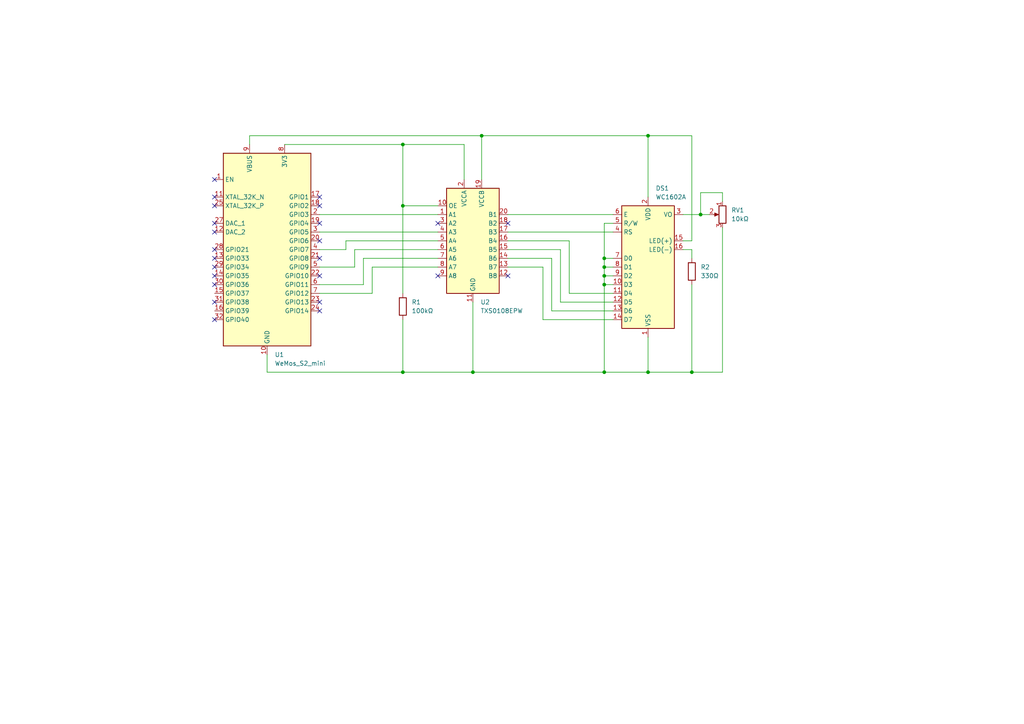
<source format=kicad_sch>
(kicad_sch (version 20231120) (generator "eeschema") (generator_version "8.0")
  (paper "A4")
  (title_block (title "ESP Display"))
  (lib_symbols
    (symbol "Device:R" (pin_numbers hide) (pin_names (offset 0))
      (property "Reference" "R" (at 2.032 0 90))
      (property "Value" "R" (at 0 0 90))
      (symbol "R_0_1"
        (rectangle (start -1.016 -2.54) (end 1.016 2.54) (stroke (width 0.254)))
      )
      (symbol "R_1_1"
        (pin passive line (at 0 3.81 270) (length 1.27) (name "~") (number "1"))
        (pin passive line (at 0 -3.81 90) (length 1.27) (name "~") (number "2"))
      )
    )
    (symbol "Device:R_Potentiometer" (pin_names (offset 1.016) hide)
      (property "Reference" "RV" (at -4.445 0 90))
      (property "Value" "R_Potentiometer" (at -2.54 0 90))
      (symbol "R_Potentiometer_0_1"
        (polyline (pts (xy 2.54 0) (xy 1.524 0)))
        (polyline (pts (xy 1.143 0) (xy 2.286 0.508) (xy 2.286 -0.508) (xy 1.143 0)) (fill (type outline)))
        (rectangle (start 1.016 2.54) (end -1.016 -2.54) (stroke (width 0.254)))
      )
      (symbol "R_Potentiometer_1_1"
        (pin passive line (at 0 3.81 270) (length 1.27) (name "1") (number "1"))
        (pin passive line (at 3.81 0 180) (length 1.27) (name "2") (number "2"))
        (pin passive line (at 0 -3.81 90) (length 1.27) (name "3") (number "3"))
      )
    )
    (symbol "Display_Character:WC1602A"
      (property "Reference" "DS" (at -5.842 19.05 0))
      (property "Value" "WC1602A" (at 5.334 19.05 0))
      (symbol "WC1602A_1_1"
        (rectangle (start -7.62 17.78) (end 7.62 -17.78) (stroke (width 0.254)) (fill (type background)))
        (pin power_in line (at 0 -20.32 90) (length 2.54) (name "VSS") (number "1"))
        (pin input line (at -10.16 -5.08 0) (length 2.54) (name "D3") (number "10"))
        (pin input line (at -10.16 -7.62 0) (length 2.54) (name "D4") (number "11"))
        (pin input line (at -10.16 -10.16 0) (length 2.54) (name "D5") (number "12"))
        (pin input line (at -10.16 -12.7 0) (length 2.54) (name "D6") (number "13"))
        (pin input line (at -10.16 -15.24 0) (length 2.54) (name "D7") (number "14"))
        (pin power_in line (at 10.16 7.62 180) (length 2.54) (name "LED(+)") (number "15"))
        (pin power_in line (at 10.16 5.08 180) (length 2.54) (name "LED(-)") (number "16"))
        (pin power_in line (at 0 20.32 270) (length 2.54) (name "VDD") (number "2"))
        (pin input line (at 10.16 15.24 180) (length 2.54) (name "VO") (number "3"))
        (pin input line (at -10.16 10.16 0) (length 2.54) (name "RS") (number "4"))
        (pin input line (at -10.16 12.7 0) (length 2.54) (name "R/W") (number "5"))
        (pin input line (at -10.16 15.24 0) (length 2.54) (name "E") (number "6"))
        (pin input line (at -10.16 2.54 0) (length 2.54) (name "D0") (number "7"))
        (pin input line (at -10.16 0 0) (length 2.54) (name "D1") (number "8"))
        (pin input line (at -10.16 -2.54 0) (length 2.54) (name "D2") (number "9"))
      )
    )
    (symbol "Logic_LevelTranslator:TXS0108EPW"
      (property "Reference" "U" (at -6.35 16.51 0))
      (property "Value" "TXS0108EPW" (at 3.81 16.51 0))
      (symbol "TXS0108EPW_0_1"
        (rectangle (start -7.62 15.24) (end 7.62 -15.24) (stroke (width 0.254)) (fill (type background)))
      )
      (symbol "TXS0108EPW_1_1"
        (pin bidirectional line (at -10.16 7.62 0) (length 2.54) (name "A1") (number "1"))
        (pin input line (at -10.16 10.16 0) (length 2.54) (name "OE") (number "10"))
        (pin power_in line (at 0 -17.78 90) (length 2.54) (name "GND") (number "11"))
        (pin bidirectional line (at 10.16 -10.16 180) (length 2.54) (name "B8") (number "12"))
        (pin bidirectional line (at 10.16 -7.62 180) (length 2.54) (name "B7") (number "13"))
        (pin bidirectional line (at 10.16 -5.08 180) (length 2.54) (name "B6") (number "14"))
        (pin bidirectional line (at 10.16 -2.54 180) (length 2.54) (name "B5") (number "15"))
        (pin bidirectional line (at 10.16 0 180) (length 2.54) (name "B4") (number "16"))
        (pin bidirectional line (at 10.16 2.54 180) (length 2.54) (name "B3") (number "17"))
        (pin bidirectional line (at 10.16 5.08 180) (length 2.54) (name "B2") (number "18"))
        (pin power_in line (at 2.54 17.78 270) (length 2.54) (name "VCCB") (number "19"))
        (pin power_in line (at -2.54 17.78 270) (length 2.54) (name "VCCA") (number "2"))
        (pin bidirectional line (at 10.16 7.62 180) (length 2.54) (name "B1") (number "20"))
        (pin bidirectional line (at -10.16 5.08 0) (length 2.54) (name "A2") (number "3"))
        (pin bidirectional line (at -10.16 2.54 0) (length 2.54) (name "A3") (number "4"))
        (pin bidirectional line (at -10.16 0 0) (length 2.54) (name "A4") (number "5"))
        (pin bidirectional line (at -10.16 -2.54 0) (length 2.54) (name "A5") (number "6"))
        (pin bidirectional line (at -10.16 -5.08 0) (length 2.54) (name "A6") (number "7"))
        (pin bidirectional line (at -10.16 -7.62 0) (length 2.54) (name "A7") (number "8"))
        (pin bidirectional line (at -10.16 -10.16 0) (length 2.54) (name "A8") (number "9"))
      )
    )
    (symbol "Wemos:WeMos_S2_mini"
      (property "Reference" "U" (at 2.54 -30.48 0))
      (property "Value" "WeMos_S2_mini" (at 2.54 -33.02 0))
      (symbol "WeMos_S2_mini_1_1"
        (rectangle (start -12.7 27.94) (end 12.7 -27.94) (stroke (width 0.254)) (fill (type background)))
        (pin input line (at -15.24 20.32 0) (length 2.54) (name "EN") (number "1"))
        (pin power_in line (at 0 -30.48 90) (length 2.54) (name "GND") (number "10"))
        (pin input line (at -15.24 15.24 0) (length 2.54) (name "XTAL_32K_N") (number "11"))
        (pin output line (at -15.24 5.08 0) (length 2.54) (name "DAC_2") (number "12"))
        (pin bidirectional line (at -15.24 -2.54 0) (length 2.54) (name "GPIO33") (number "13"))
        (pin bidirectional line (at -15.24 -7.62 0) (length 2.54) (name "GPIO35") (number "14"))
        (pin bidirectional line (at -15.24 -12.7 0) (length 2.54) (name "GPIO37") (number "15"))
        (pin bidirectional line (at -15.24 -17.78 0) (length 2.54) (name "GPIO39") (number "16"))
        (pin bidirectional line (at 15.24 15.24 180) (length 2.54) (name "GPIO1") (number "17"))
        (pin bidirectional line (at 15.24 12.7 180) (length 2.54) (name "GPIO2") (number "18"))
        (pin bidirectional line (at 15.24 7.62 180) (length 2.54) (name "GPIO4") (number "19"))
        (pin bidirectional line (at 15.24 10.16 180) (length 2.54) (name "GPIO3") (number "2"))
        (pin bidirectional line (at 15.24 2.54 180) (length 2.54) (name "GPIO6") (number "20"))
        (pin bidirectional line (at 15.24 -2.54 180) (length 2.54) (name "GPIO8") (number "21"))
        (pin bidirectional line (at 15.24 -7.62 180) (length 2.54) (name "GPIO10") (number "22"))
        (pin bidirectional line (at 15.24 -15.24 180) (length 2.54) (name "GPIO13") (number "23"))
        (pin bidirectional line (at 15.24 -17.78 180) (length 2.54) (name "GPIO14") (number "24"))
        (pin output line (at -15.24 12.7 0) (length 2.54) (name "XTAL_32K_P") (number "25"))
        (pin passive line (at 0 -30.48 90) (length 2.54) hide (name "GND") (number "26"))
        (pin output line (at -15.24 7.62 0) (length 2.54) (name "DAC_1") (number "27"))
        (pin bidirectional line (at -15.24 0 0) (length 2.54) (name "GPIO21") (number "28"))
        (pin bidirectional line (at -15.24 -5.08 0) (length 2.54) (name "GPIO34") (number "29"))
        (pin bidirectional line (at 15.24 5.08 180) (length 2.54) (name "GPIO5") (number "3"))
        (pin bidirectional line (at -15.24 -10.16 0) (length 2.54) (name "GPIO36") (number "30"))
        (pin bidirectional line (at -15.24 -15.24 0) (length 2.54) (name "GPIO38") (number "31"))
        (pin bidirectional line (at -15.24 -20.32 0) (length 2.54) (name "GPIO40") (number "32"))
        (pin bidirectional line (at 15.24 0 180) (length 2.54) (name "GPIO7") (number "4"))
        (pin bidirectional line (at 15.24 -5.08 180) (length 2.54) (name "GPIO9") (number "5"))
        (pin bidirectional line (at 15.24 -10.16 180) (length 2.54) (name "GPIO11") (number "6"))
        (pin bidirectional line (at 15.24 -12.7 180) (length 2.54) (name "GPIO12") (number "7"))
        (pin power_out line (at 5.08 30.48 270) (length 2.54) (name "3V3") (number "8"))
        (pin power_out line (at -5.08 30.48 270) (length 2.54) (name "VBUS") (number "9"))
      )
    )
  )
  (junction (at 175.26 74.93))
  (junction (at 137.16 107.95))
  (junction (at 203.2 62.23))
  (junction (at 200.66 107.95))
  (junction (at 175.26 82.55))
  (junction (at 175.26 80.01))
  (junction (at 116.84 41.91))
  (junction (at 116.84 107.95))
  (junction (at 175.26 77.47))
  (junction (at 187.96 107.95))
  (junction (at 175.26 107.95))
  (junction (at 116.84 59.69))
  (junction (at 139.7 39.37))
  (junction (at 187.96 39.37))
  (no_connect (at 92.71 59.69))
  (no_connect (at 62.23 80.01))
  (no_connect (at 92.71 90.17))
  (no_connect (at 147.32 64.77))
  (no_connect (at 62.23 87.63))
  (no_connect (at 92.71 74.93))
  (no_connect (at 62.23 92.71))
  (no_connect (at 62.23 72.39))
  (no_connect (at 62.23 59.69))
  (no_connect (at 92.71 69.85))
  (no_connect (at 62.23 64.77))
  (no_connect (at 62.23 57.15))
  (no_connect (at 127 80.01))
  (no_connect (at 62.23 77.47))
  (no_connect (at 62.23 67.31))
  (no_connect (at 92.71 64.77))
  (no_connect (at 92.71 87.63))
  (no_connect (at 62.23 74.93))
  (no_connect (at 62.23 82.55))
  (no_connect (at 62.23 52.07))
  (no_connect (at 147.32 80.01))
  (no_connect (at 92.71 57.15))
  (no_connect (at 92.71 80.01))
  (no_connect (at 127 64.77))
  (wire (pts (xy 200.66 107.95) (xy 187.96 107.95)))
  (wire (pts (xy 92.71 85.09) (xy 107.95 85.09)))
  (wire (pts (xy 100.33 69.85) (xy 127 69.85)))
  (wire (pts (xy 147.32 77.47) (xy 157.48 77.47)))
  (wire (pts (xy 209.55 58.42) (xy 209.55 55.88)))
  (wire (pts (xy 92.71 77.47) (xy 102.87 77.47)))
  (wire (pts (xy 175.26 77.47) (xy 177.8 77.47)))
  (wire (pts (xy 137.16 87.63) (xy 137.16 107.95)))
  (wire (pts (xy 92.71 82.55) (xy 105.41 82.55)))
  (wire (pts (xy 92.71 62.23) (xy 127 62.23)))
  (wire (pts (xy 100.33 72.39) (xy 100.33 69.85)))
  (wire (pts (xy 147.32 62.23) (xy 177.8 62.23)))
  (wire (pts (xy 157.48 77.47) (xy 157.48 92.71)))
  (wire (pts (xy 116.84 41.91) (xy 116.84 59.69)))
  (wire (pts (xy 147.32 72.39) (xy 162.56 72.39)))
  (wire (pts (xy 175.26 80.01) (xy 177.8 80.01)))
  (wire (pts (xy 200.66 72.39) (xy 200.66 74.93)))
  (wire (pts (xy 116.84 107.95) (xy 137.16 107.95)))
  (wire (pts (xy 187.96 107.95) (xy 187.96 97.79)))
  (wire (pts (xy 82.55 41.91) (xy 116.84 41.91)))
  (wire (pts (xy 92.71 72.39) (xy 100.33 72.39)))
  (wire (pts (xy 105.41 82.55) (xy 105.41 74.93)))
  (wire (pts (xy 175.26 82.55) (xy 177.8 82.55)))
  (wire (pts (xy 175.26 77.47) (xy 175.26 80.01)))
  (wire (pts (xy 200.66 69.85) (xy 200.66 39.37)))
  (wire (pts (xy 147.32 69.85) (xy 165.1 69.85)))
  (wire (pts (xy 72.39 41.91) (xy 72.39 39.37)))
  (wire (pts (xy 200.66 82.55) (xy 200.66 107.95)))
  (wire (pts (xy 77.47 102.87) (xy 77.47 107.95)))
  (wire (pts (xy 102.87 72.39) (xy 127 72.39)))
  (wire (pts (xy 137.16 107.95) (xy 175.26 107.95)))
  (wire (pts (xy 134.62 41.91) (xy 134.62 52.07)))
  (wire (pts (xy 139.7 39.37) (xy 187.96 39.37)))
  (wire (pts (xy 175.26 107.95) (xy 187.96 107.95)))
  (wire (pts (xy 116.84 59.69) (xy 116.84 85.09)))
  (wire (pts (xy 205.74 62.23) (xy 203.2 62.23)))
  (wire (pts (xy 187.96 39.37) (xy 187.96 57.15)))
  (wire (pts (xy 162.56 87.63) (xy 177.8 87.63)))
  (wire (pts (xy 175.26 82.55) (xy 175.26 107.95)))
  (wire (pts (xy 177.8 74.93) (xy 175.26 74.93)))
  (wire (pts (xy 200.66 69.85) (xy 198.12 69.85)))
  (wire (pts (xy 92.71 67.31) (xy 127 67.31)))
  (wire (pts (xy 175.26 74.93) (xy 175.26 77.47)))
  (wire (pts (xy 175.26 80.01) (xy 175.26 82.55)))
  (wire (pts (xy 127 59.69) (xy 116.84 59.69)))
  (wire (pts (xy 175.26 64.77) (xy 175.26 74.93)))
  (wire (pts (xy 102.87 77.47) (xy 102.87 72.39)))
  (wire (pts (xy 198.12 62.23) (xy 203.2 62.23)))
  (wire (pts (xy 77.47 107.95) (xy 116.84 107.95)))
  (wire (pts (xy 147.32 67.31) (xy 177.8 67.31)))
  (wire (pts (xy 160.02 74.93) (xy 160.02 90.17)))
  (wire (pts (xy 209.55 107.95) (xy 200.66 107.95)))
  (wire (pts (xy 209.55 66.04) (xy 209.55 107.95)))
  (wire (pts (xy 198.12 72.39) (xy 200.66 72.39)))
  (wire (pts (xy 147.32 74.93) (xy 160.02 74.93)))
  (wire (pts (xy 105.41 74.93) (xy 127 74.93)))
  (wire (pts (xy 116.84 92.71) (xy 116.84 107.95)))
  (wire (pts (xy 177.8 64.77) (xy 175.26 64.77)))
  (wire (pts (xy 209.55 55.88) (xy 203.2 55.88)))
  (wire (pts (xy 139.7 39.37) (xy 139.7 52.07)))
  (wire (pts (xy 200.66 39.37) (xy 187.96 39.37)))
  (wire (pts (xy 107.95 77.47) (xy 127 77.47)))
  (wire (pts (xy 160.02 90.17) (xy 177.8 90.17)))
  (wire (pts (xy 165.1 85.09) (xy 177.8 85.09)))
  (wire (pts (xy 72.39 39.37) (xy 139.7 39.37)))
  (wire (pts (xy 116.84 41.91) (xy 134.62 41.91)))
  (wire (pts (xy 203.2 55.88) (xy 203.2 62.23)))
  (wire (pts (xy 162.56 72.39) (xy 162.56 87.63)))
  (wire (pts (xy 165.1 69.85) (xy 165.1 85.09)))
  (wire (pts (xy 107.95 85.09) (xy 107.95 77.47)))
  (wire (pts (xy 157.48 92.71) (xy 177.8 92.71)))
  (symbol (lib_id "Display_Character:WC1602A") (at 187.96 77.47 0) (unit 1)
    (property "Reference" "DS1" (at 190.1541 54.61 0) (effects (justify left)))
    (property "Value" "WC1602A" (at 190.1541 57.15 0) (effects (justify left)))
    (property "Footprint" "Display:WC1602A" (effects (hide yes)))
    (property "Datasheet" "http://www.wincomlcd.com/pdf/WC1602A-SFYLYHTC06.pdf" (effects (hide yes)))
    (property "Description" "LCD 16x2 Alphanumeric , 8 bit parallel bus, 5V VDD" (effects (hide yes)))
  )
  (symbol (lib_id "Logic_LevelTranslator:TXS0108EPW") (at 137.16 69.85 0) (unit 1)
    (property "Reference" "U2" (at 139.3541 87.63 0) (effects (justify left)))
    (property "Value" "TXS0108EPW" (at 139.3541 90.17 0) (effects (justify left)))
    (property "Footprint" "Package_SO:TSSOP-20_4.4x6.5mm_P0.65mm" (effects (hide yes)))
    (property "Datasheet" "www.ti.com/lit/ds/symlink/txs0108e.pdf" (effects (hide yes)))
    (property "Description" "Bidirectional  level-shifting voltage translator, TSSOP-20" (effects (hide yes)))
  )
  (symbol (lib_id "Device:R_Potentiometer") (at 209.55 62.23 0) (mirror y) (unit 1)
    (property "Reference" "RV1" (at 212.09 60.9599 0) (effects (justify right)))
    (property "Value" "10kΩ" (at 212.09 63.4999 0) (effects (justify right)))
    (property "Description" "Potentiometer" (effects (hide yes)))
  )
  (symbol (lib_id "Device:R") (at 116.84 88.9 0) (unit 1)
    (property "Reference" "R1" (at 119.38 87.6299 0) (effects (justify left)))
    (property "Value" "100kΩ" (at 119.38 90.1699 0) (effects (justify left)))
    (property "Description" "Resistor" (effects (hide yes)))
  )
  (symbol (lib_id "Device:R") (at 200.66 78.74 0) (unit 1)
    (property "Reference" "R2" (at 203.2 77.4699 0) (effects (justify left)))
    (property "Value" "330Ω" (at 203.2 80.0099 0) (effects (justify left)))
    (property "Description" "Resistor" (effects (hide yes)))
  )
  (symbol (lib_id "Wemos:WeMos_S2_mini") (at 77.47 72.39 0) (unit 1)
    (property "Reference" "U1" (at 79.6641 102.87 0) (effects (justify left)))
    (property "Value" "WeMos_S2_mini" (at 79.6641 105.41 0) (effects (justify left)))
    (property "Footprint" "Module:WEMOS_S2_mini" (effects (hide yes)))
    (property "Datasheet" "https://www.wemos.cc/en/latest/s2/s2_mini.html" (effects (hide yes)))
    (property "Description" "32-bit microcontroller module with WiFi" (effects (hide yes)))
  )
)
</source>
